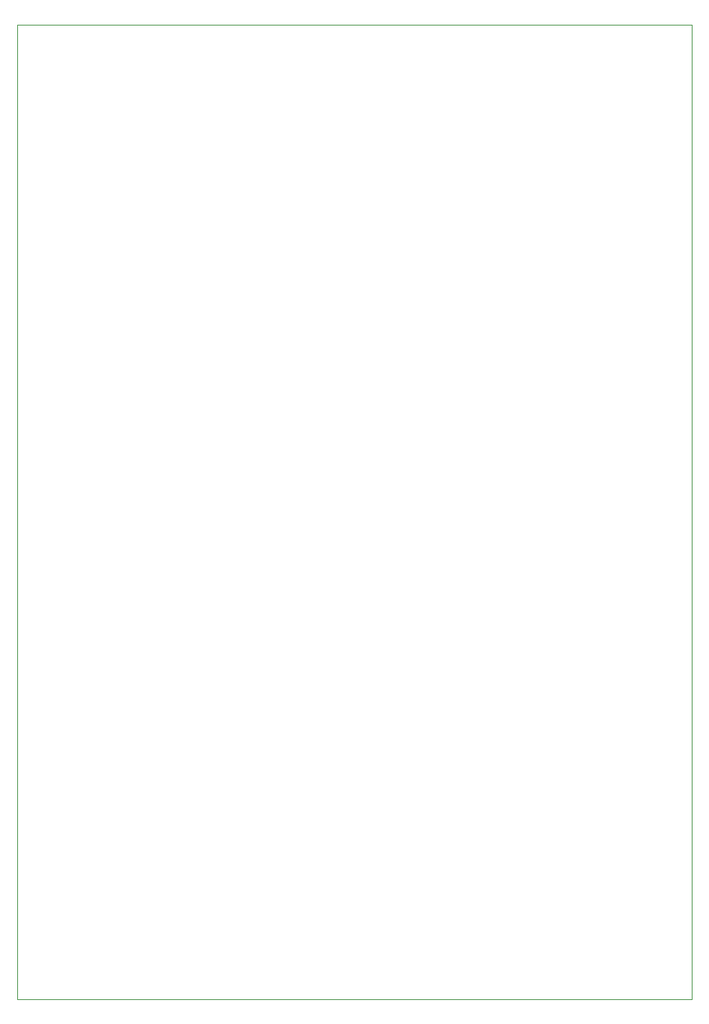
<source format=gbr>
%TF.GenerationSoftware,KiCad,Pcbnew,8.0.8*%
%TF.CreationDate,2025-01-25T01:21:00+01:00*%
%TF.ProjectId,aware01_h7,61776172-6530-4315-9f68-372e6b696361,rev?*%
%TF.SameCoordinates,Original*%
%TF.FileFunction,Profile,NP*%
%FSLAX46Y46*%
G04 Gerber Fmt 4.6, Leading zero omitted, Abs format (unit mm)*
G04 Created by KiCad (PCBNEW 8.0.8) date 2025-01-25 01:21:00*
%MOMM*%
%LPD*%
G01*
G04 APERTURE LIST*
%TA.AperFunction,Profile*%
%ADD10C,0.050000*%
%TD*%
G04 APERTURE END LIST*
D10*
X161750000Y-35500000D02*
X238000000Y-35500000D01*
X238000000Y-145500000D01*
X161750000Y-145500000D01*
X161750000Y-35500000D01*
M02*

</source>
